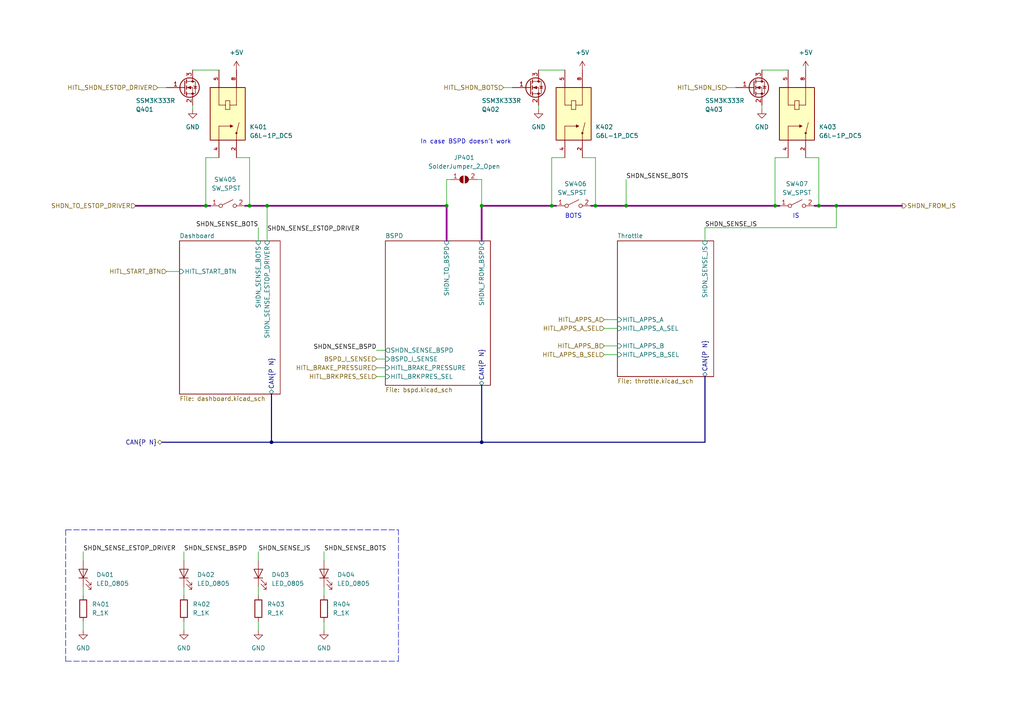
<source format=kicad_sch>
(kicad_sch (version 20211123) (generator eeschema)
  (paper "A4")
  (lib_symbols
    (symbol "G6L-1P_DC5_1" (pin_names (offset 1.016))
      (property "Reference" "K" (at -7.62 6.35 0))
      (property "Value" "G6L-1P_DC5_1" (at -7.62 -7.62 0))
      (symbol "G6L-1P_DC5_1_0_0"
        (rectangle (start -7.62 -5.08) (end 7.62 5.08) (stroke (width 0.254)) (fill (type background)))
        (polyline (pts (xy -7.62 -2.54) (xy -2.54 -2.54)) (stroke (width 0.1524)))
        (polyline (pts (xy -7.62 2.54) (xy -2.54 2.54)) (stroke (width 0.1524)))
        (polyline (pts (xy -3.81 -0.635) (xy -3.81 0.635)) (stroke (width 0.1524)))
        (polyline (pts (xy -3.81 0.635) (xy -2.54 0.635)) (stroke (width 0.1524)))
        (polyline (pts (xy -2.54 -0.635) (xy -3.81 -0.635)) (stroke (width 0.1524)))
        (polyline (pts (xy -2.54 -0.635) (xy -2.54 -2.54)) (stroke (width 0.1524)))
        (polyline (pts (xy -2.54 0.635) (xy -1.27 0.635)) (stroke (width 0.1524)))
        (polyline (pts (xy -2.54 2.54) (xy -2.54 0.635)) (stroke (width 0.1524)))
        (polyline (pts (xy -1.27 -0.635) (xy -2.54 -0.635)) (stroke (width 0.1524)))
        (polyline (pts (xy -1.27 0.635) (xy -1.27 -0.635)) (stroke (width 0.1524)))
        (polyline (pts (xy 3.556 -2.54) (xy 3.556 0.762)) (stroke (width 0.1524)))
        (polyline (pts (xy 5.588 2.54) (xy 2.54 3.302)) (stroke (width 0.1524)))
        (polyline (pts (xy 7.62 -2.54) (xy 3.556 -2.54)) (stroke (width 0.1524)))
        (polyline (pts (xy 7.62 2.54) (xy 5.588 2.54)) (stroke (width 0.1524)))
        (polyline (pts (xy 3.175 0.762) (xy 3.937 0.762) (xy 3.556 1.524) (xy 3.175 0.762)) (stroke (width 0.1524)) (fill (type outline)))
        (circle (center 5.588 2.54) (radius 0.1524) (stroke (width 0.3048)))
        (pin passive line (at 12.7 2.54 180) (length 5.08) (name "~") (number "2"))
        (pin passive line (at 12.7 -2.54 180) (length 5.08) (name "~") (number "4"))
        (pin passive line (at -12.7 -2.54 0) (length 5.08) (name "~") (number "5"))
        (pin passive line (at -12.7 2.54 0) (length 5.08) (name "~") (number "8"))
      )
    )
    (symbol "G6L-1P_DC5_2" (pin_names (offset 1.016))
      (property "Reference" "K" (at -7.62 6.35 0))
      (property "Value" "G6L-1P_DC5_2" (at -7.62 -7.62 0))
      (symbol "G6L-1P_DC5_2_0_0"
        (rectangle (start -7.62 -5.08) (end 7.62 5.08) (stroke (width 0.254)) (fill (type background)))
        (polyline (pts (xy -7.62 -2.54) (xy -2.54 -2.54)) (stroke (width 0.1524)))
        (polyline (pts (xy -7.62 2.54) (xy -2.54 2.54)) (stroke (width 0.1524)))
        (polyline (pts (xy -3.81 -0.635) (xy -3.81 0.635)) (stroke (width 0.1524)))
        (polyline (pts (xy -3.81 0.635) (xy -2.54 0.635)) (stroke (width 0.1524)))
        (polyline (pts (xy -2.54 -0.635) (xy -3.81 -0.635)) (stroke (width 0.1524)))
        (polyline (pts (xy -2.54 -0.635) (xy -2.54 -2.54)) (stroke (width 0.1524)))
        (polyline (pts (xy -2.54 0.635) (xy -1.27 0.635)) (stroke (width 0.1524)))
        (polyline (pts (xy -2.54 2.54) (xy -2.54 0.635)) (stroke (width 0.1524)))
        (polyline (pts (xy -1.27 -0.635) (xy -2.54 -0.635)) (stroke (width 0.1524)))
        (polyline (pts (xy -1.27 0.635) (xy -1.27 -0.635)) (stroke (width 0.1524)))
        (polyline (pts (xy 3.556 -2.54) (xy 3.556 0.762)) (stroke (width 0.1524)))
        (polyline (pts (xy 5.588 2.54) (xy 2.54 3.302)) (stroke (width 0.1524)))
        (polyline (pts (xy 7.62 -2.54) (xy 3.556 -2.54)) (stroke (width 0.1524)))
        (polyline (pts (xy 7.62 2.54) (xy 5.588 2.54)) (stroke (width 0.1524)))
        (polyline (pts (xy 3.175 0.762) (xy 3.937 0.762) (xy 3.556 1.524) (xy 3.175 0.762)) (stroke (width 0.1524)) (fill (type outline)))
        (circle (center 5.588 2.54) (radius 0.1524) (stroke (width 0.3048)))
        (pin passive line (at 12.7 2.54 180) (length 5.08) (name "~") (number "2"))
        (pin passive line (at 12.7 -2.54 180) (length 5.08) (name "~") (number "4"))
        (pin passive line (at -12.7 -2.54 0) (length 5.08) (name "~") (number "5"))
        (pin passive line (at -12.7 2.54 0) (length 5.08) (name "~") (number "8"))
      )
    )
    (symbol "Jumper:SolderJumper_2_Open" (pin_names (offset 0) hide)
      (property "Reference" "JP" (at 0 2.032 0))
      (property "Value" "SolderJumper_2_Open" (at 0 -2.54 0))
      (symbol "SolderJumper_2_Open_0_1"
        (arc (start -0.254 1.016) (mid -1.27 0) (end -0.254 -1.016))
        (arc (start -0.254 1.016) (mid -1.27 0) (end -0.254 -1.016) (fill (type outline)))
        (polyline (pts (xy -0.254 1.016) (xy -0.254 -1.016)))
        (polyline (pts (xy 0.254 1.016) (xy 0.254 -1.016)))
        (arc (start 0.254 -1.016) (mid 1.27 0) (end 0.254 1.016))
        (arc (start 0.254 -1.016) (mid 1.27 0) (end 0.254 1.016) (fill (type outline)))
      )
      (symbol "SolderJumper_2_Open_1_1"
        (pin passive line (at -3.81 0 0) (length 2.54) (name "A") (number "1"))
        (pin passive line (at 3.81 0 180) (length 2.54) (name "B") (number "2"))
      )
    )
    (symbol "Switch:SW_SPST" (pin_names (offset 0) hide)
      (property "Reference" "SW" (at 0 3.175 0))
      (property "Value" "SW_SPST" (at 0 -2.54 0))
      (symbol "SW_SPST_0_0"
        (circle (center -2.032 0) (radius 0.508))
        (polyline (pts (xy -1.524 0.254) (xy 1.524 1.778)))
        (circle (center 2.032 0) (radius 0.508))
      )
      (symbol "SW_SPST_1_1"
        (pin passive line (at -5.08 0 0) (length 2.54) (name "A") (number "1"))
        (pin passive line (at 5.08 0 180) (length 2.54) (name "B") (number "2"))
      )
    )
    (symbol "formula:G6L-1P_DC5" (pin_names (offset 1.016))
      (property "Reference" "K" (at -7.62 6.35 0))
      (property "Value" "G6L-1P_DC5" (at -7.62 -7.62 0))
      (symbol "G6L-1P_DC5_0_0"
        (rectangle (start -7.62 -5.08) (end 7.62 5.08) (stroke (width 0.254)) (fill (type background)))
        (polyline (pts (xy -7.62 -2.54) (xy -2.54 -2.54)) (stroke (width 0.1524)))
        (polyline (pts (xy -7.62 2.54) (xy -2.54 2.54)) (stroke (width 0.1524)))
        (polyline (pts (xy -3.81 -0.635) (xy -3.81 0.635)) (stroke (width 0.1524)))
        (polyline (pts (xy -3.81 0.635) (xy -2.54 0.635)) (stroke (width 0.1524)))
        (polyline (pts (xy -2.54 -0.635) (xy -3.81 -0.635)) (stroke (width 0.1524)))
        (polyline (pts (xy -2.54 -0.635) (xy -2.54 -2.54)) (stroke (width 0.1524)))
        (polyline (pts (xy -2.54 0.635) (xy -1.27 0.635)) (stroke (width 0.1524)))
        (polyline (pts (xy -2.54 2.54) (xy -2.54 0.635)) (stroke (width 0.1524)))
        (polyline (pts (xy -1.27 -0.635) (xy -2.54 -0.635)) (stroke (width 0.1524)))
        (polyline (pts (xy -1.27 0.635) (xy -1.27 -0.635)) (stroke (width 0.1524)))
        (polyline (pts (xy 3.556 -2.54) (xy 3.556 0.762)) (stroke (width 0.1524)))
        (polyline (pts (xy 5.588 2.54) (xy 2.54 3.302)) (stroke (width 0.1524)))
        (polyline (pts (xy 7.62 -2.54) (xy 3.556 -2.54)) (stroke (width 0.1524)))
        (polyline (pts (xy 7.62 2.54) (xy 5.588 2.54)) (stroke (width 0.1524)))
        (polyline (pts (xy 3.175 0.762) (xy 3.937 0.762) (xy 3.556 1.524) (xy 3.175 0.762)) (stroke (width 0.1524)) (fill (type outline)))
        (circle (center 5.588 2.54) (radius 0.1524) (stroke (width 0.3048)))
        (pin passive line (at 12.7 2.54 180) (length 5.08) (name "~") (number "2"))
        (pin passive line (at 12.7 -2.54 180) (length 5.08) (name "~") (number "4"))
        (pin passive line (at -12.7 -2.54 0) (length 5.08) (name "~") (number "5"))
        (pin passive line (at -12.7 2.54 0) (length 5.08) (name "~") (number "8"))
      )
    )
    (symbol "formula:LED_0805" (pin_numbers hide) (pin_names (offset 1.016) hide)
      (property "Reference" "D" (at 0 -2.54 0))
      (property "Value" "LED_0805" (at 0 2.54 0))
      (symbol "LED_0805_0_1"
        (polyline (pts (xy -1.27 -1.27) (xy -1.27 1.27)) (stroke (width 0.2032)))
        (polyline (pts (xy -1.27 0) (xy 1.27 0)))
        (polyline (pts (xy 1.27 -1.27) (xy 1.27 1.27) (xy -1.27 0) (xy 1.27 -1.27)) (stroke (width 0.2032)))
        (polyline (pts (xy -3.048 -0.762) (xy -4.572 -2.286) (xy -3.81 -2.286) (xy -4.572 -2.286) (xy -4.572 -1.524)))
        (polyline (pts (xy -1.778 -0.762) (xy -3.302 -2.286) (xy -2.54 -2.286) (xy -3.302 -2.286) (xy -3.302 -1.524)))
      )
      (symbol "LED_0805_1_1"
        (pin passive line (at -3.81 0 0) (length 2.54) (name "K") (number "1"))
        (pin passive line (at 3.81 0 180) (length 2.54) (name "A") (number "2"))
      )
    )
    (symbol "formula:R_1K" (pin_numbers hide) (pin_names (offset 0))
      (property "Reference" "R" (at 2.032 0 90))
      (property "Value" "R_1K" (at -2.54 0 90))
      (symbol "R_1K_0_1"
        (rectangle (start -1.016 -2.54) (end 1.016 2.54) (stroke (width 0.254)))
      )
      (symbol "R_1K_1_1"
        (pin passive line (at 0 3.81 270) (length 1.27) (name "~") (number "1"))
        (pin passive line (at 0 -3.81 90) (length 1.27) (name "~") (number "2"))
      )
    )
    (symbol "formula:SSM3K333R" (pin_names (offset 0) hide)
      (property "Reference" "Q" (at 5.08 1.905 0))
      (property "Value" "SSM3K333R" (at 5.08 0 0))
      (symbol "SSM3K333R_0_1"
        (polyline (pts (xy 0.762 -1.778) (xy 2.54 -1.778)))
        (polyline (pts (xy 0.762 -1.27) (xy 0.762 -2.286)) (stroke (width 0.254)))
        (polyline (pts (xy 0.762 0) (xy 2.54 0)))
        (polyline (pts (xy 0.762 0.508) (xy 0.762 -0.508)) (stroke (width 0.254)))
        (polyline (pts (xy 0.762 1.778) (xy 2.54 1.778)))
        (polyline (pts (xy 0.762 2.286) (xy 0.762 1.27)) (stroke (width 0.254)))
        (polyline (pts (xy 2.54 -1.778) (xy 2.54 -2.54)))
        (polyline (pts (xy 2.54 -1.778) (xy 2.54 0)))
        (polyline (pts (xy 2.54 2.54) (xy 2.54 1.778)))
        (polyline (pts (xy 0.254 1.905) (xy 0.254 -1.905) (xy 0.254 -1.905)) (stroke (width 0.254)))
        (polyline (pts (xy 1.016 0) (xy 2.032 0.381) (xy 2.032 -0.381) (xy 1.016 0)) (fill (type outline)))
        (polyline (pts (xy 2.54 -1.778) (xy 3.302 -1.778) (xy 3.302 1.778) (xy 2.54 1.778)))
        (polyline (pts (xy 2.794 0.508) (xy 2.921 0.381) (xy 3.683 0.381) (xy 3.81 0.254)))
        (polyline (pts (xy 3.302 0.381) (xy 2.921 -0.254) (xy 3.683 -0.254) (xy 3.302 0.381)))
        (circle (center 1.651 0) (radius 2.8194) (stroke (width 0.254)))
        (circle (center 2.54 -1.778) (radius 0.2794) (fill (type outline)))
        (circle (center 2.54 1.778) (radius 0.2794) (fill (type outline)))
      )
      (symbol "SSM3K333R_1_1"
        (pin input line (at -5.08 0 0) (length 5.334) (name "G") (number "1"))
        (pin passive line (at 2.54 -5.08 90) (length 2.54) (name "S") (number "2"))
        (pin passive line (at 2.54 5.08 270) (length 2.54) (name "D") (number "3"))
      )
    )
    (symbol "power:+5V" (power) (pin_names (offset 0))
      (property "Value" "+5V" (at 0 3.556 0))
      (symbol "+5V_0_1"
        (polyline (pts (xy -0.762 1.27) (xy 0 2.54)))
        (polyline (pts (xy 0 0) (xy 0 2.54)))
        (polyline (pts (xy 0 2.54) (xy 0.762 1.27)))
      )
      (symbol "+5V_1_1"
        (pin power_in line (at 0 0 90) (length 0) hide (name "+5V") (number "1"))
      )
    )
    (symbol "power:GND" (power) (pin_names (offset 0))
      (property "Value" "GND" (at 0 -3.81 0))
      (symbol "GND_0_1"
        (polyline (pts (xy 0 0) (xy 0 -1.27) (xy 1.27 -1.27) (xy 0 -2.54) (xy -1.27 -1.27) (xy 0 -1.27)))
      )
      (symbol "GND_1_1"
        (pin power_in line (at 0 0 270) (length 0) hide (name "GND") (number "1"))
      )
    )
  )
  (junction (at 78.74 128.27))
  (junction (at 160.02 59.69))
  (junction (at 224.79 59.69))
  (junction (at 139.7 59.69))
  (junction (at 59.69 59.69))
  (junction (at 129.54 59.69))
  (junction (at 77.47 59.69))
  (junction (at 237.49 59.69))
  (junction (at 72.39 59.69))
  (junction (at 181.61 59.69))
  (junction (at 172.72 59.69))
  (junction (at 139.7 128.27))
  (junction (at 242.57 59.69))
  (polyline (pts (xy 19.05 153.67) (xy 115.57 153.67)))
  (wire (pts (xy 168.91 45.72) (xy 172.72 45.72)))
  (wire (pts (xy 129.54 59.69) (xy 129.54 69.85)) (stroke (width 0.508) (color 132 0 132 1)))
  (polyline (pts (xy 115.57 191.77) (xy 115.57 153.67)))
  (wire (pts (xy 172.72 45.72) (xy 172.72 59.69)))
  (wire (pts (xy 109.22 104.14) (xy 111.76 104.14)))
  (bus (pts (xy 139.7 128.27) (xy 204.47 128.27)))
  (wire (pts (xy 74.93 180.34) (xy 74.93 182.88)))
  (wire (pts (xy 156.21 30.48) (xy 156.21 31.75)))
  (wire (pts (xy 220.98 30.48) (xy 220.98 31.75)))
  (polyline (pts (xy 19.05 153.67) (xy 19.05 191.77)))
  (wire (pts (xy 181.61 59.69) (xy 224.79 59.69)) (stroke (width 0.508) (color 132 0 132 1)))
  (wire (pts (xy 242.57 59.69) (xy 261.62 59.69)) (stroke (width 0.508) (color 132 0 132 1)))
  (wire (pts (xy 204.47 66.04) (xy 242.57 66.04)))
  (wire (pts (xy 24.13 170.18) (xy 24.13 172.72)))
  (wire (pts (xy 129.54 52.07) (xy 130.81 52.07)))
  (bus (pts (xy 139.7 128.27) (xy 139.7 111.76)))
  (wire (pts (xy 139.7 52.07) (xy 139.7 59.69)))
  (wire (pts (xy 220.98 20.32) (xy 228.6 20.32)))
  (wire (pts (xy 39.37 59.69) (xy 59.69 59.69)) (stroke (width 0.508) (color 132 0 132 1)))
  (wire (pts (xy 24.13 160.02) (xy 24.13 162.56)))
  (wire (pts (xy 172.72 59.69) (xy 181.61 59.69)) (stroke (width 0.508) (color 132 0 132 1)))
  (wire (pts (xy 74.93 66.04) (xy 74.93 69.85)))
  (wire (pts (xy 160.02 45.72) (xy 160.02 59.69)))
  (wire (pts (xy 138.43 52.07) (xy 139.7 52.07)))
  (wire (pts (xy 139.7 69.85) (xy 139.7 59.69)) (stroke (width 0.508) (color 132 0 132 1)))
  (wire (pts (xy 237.49 45.72) (xy 237.49 59.69)))
  (wire (pts (xy 156.21 20.32) (xy 163.83 20.32)))
  (wire (pts (xy 59.69 59.69) (xy 60.96 59.69)) (stroke (width 0.508) (color 132 0 132 1)))
  (wire (pts (xy 228.6 45.72) (xy 224.79 45.72)))
  (wire (pts (xy 175.26 100.33) (xy 179.07 100.33)))
  (wire (pts (xy 160.02 59.69) (xy 161.29 59.69)) (stroke (width 0.508) (color 132 0 132 1)))
  (wire (pts (xy 93.98 170.18) (xy 93.98 172.72)))
  (wire (pts (xy 109.22 109.22) (xy 111.76 109.22)))
  (wire (pts (xy 224.79 45.72) (xy 224.79 59.69)))
  (wire (pts (xy 24.13 180.34) (xy 24.13 182.88)))
  (wire (pts (xy 163.83 45.72) (xy 160.02 45.72)))
  (bus (pts (xy 46.99 128.27) (xy 78.74 128.27)))
  (wire (pts (xy 236.22 59.69) (xy 237.49 59.69)) (stroke (width 0.508) (color 132 0 132 1)))
  (wire (pts (xy 74.93 160.02) (xy 74.93 162.56)))
  (wire (pts (xy 129.54 52.07) (xy 129.54 59.69)))
  (wire (pts (xy 77.47 59.69) (xy 77.47 69.85)))
  (wire (pts (xy 175.26 102.87) (xy 179.07 102.87)))
  (wire (pts (xy 175.26 92.71) (xy 179.07 92.71)))
  (wire (pts (xy 53.34 160.02) (xy 53.34 162.56)))
  (wire (pts (xy 72.39 59.69) (xy 77.47 59.69)) (stroke (width 0.508) (color 132 0 132 1)))
  (wire (pts (xy 63.5 45.72) (xy 59.69 45.72)))
  (wire (pts (xy 210.82 25.4) (xy 213.36 25.4)))
  (wire (pts (xy 93.98 160.02) (xy 93.98 162.56)))
  (wire (pts (xy 55.88 20.32) (xy 63.5 20.32)))
  (wire (pts (xy 175.26 95.25) (xy 179.07 95.25)))
  (bus (pts (xy 78.74 128.27) (xy 139.7 128.27)))
  (wire (pts (xy 237.49 59.69) (xy 242.57 59.69)) (stroke (width 0.508) (color 132 0 132 1)))
  (wire (pts (xy 53.34 180.34) (xy 53.34 182.88)))
  (wire (pts (xy 171.45 59.69) (xy 172.72 59.69)) (stroke (width 0.508) (color 132 0 132 1)))
  (wire (pts (xy 77.47 59.69) (xy 129.54 59.69)) (stroke (width 0.508) (color 132 0 132 1)))
  (bus (pts (xy 204.47 109.22) (xy 204.47 128.27)))
  (wire (pts (xy 204.47 66.04) (xy 204.47 69.85)))
  (wire (pts (xy 233.68 45.72) (xy 237.49 45.72)))
  (wire (pts (xy 71.12 59.69) (xy 72.39 59.69)) (stroke (width 0.508) (color 132 0 132 1)))
  (wire (pts (xy 109.22 101.6) (xy 111.76 101.6)))
  (wire (pts (xy 59.69 45.72) (xy 59.69 59.69)))
  (wire (pts (xy 146.05 25.4) (xy 148.59 25.4)))
  (polyline (pts (xy 19.05 191.77) (xy 115.57 191.77)))
  (bus (pts (xy 78.74 128.27) (xy 78.74 114.3)))
  (wire (pts (xy 53.34 170.18) (xy 53.34 172.72)))
  (wire (pts (xy 74.93 170.18) (xy 74.93 172.72)))
  (wire (pts (xy 48.26 78.74) (xy 52.07 78.74)))
  (wire (pts (xy 181.61 52.07) (xy 181.61 59.69)))
  (wire (pts (xy 55.88 30.48) (xy 55.88 31.75)))
  (wire (pts (xy 45.72 25.4) (xy 48.26 25.4)))
  (wire (pts (xy 224.79 59.69) (xy 226.06 59.69)) (stroke (width 0.508) (color 132 0 132 1)))
  (wire (pts (xy 242.57 59.69) (xy 242.57 66.04)))
  (wire (pts (xy 109.22 106.68) (xy 111.76 106.68)))
  (wire (pts (xy 93.98 180.34) (xy 93.98 182.88)))
  (wire (pts (xy 139.7 59.69) (xy 160.02 59.69)) (stroke (width 0.508) (color 132 0 132 1)))
  (wire (pts (xy 68.58 45.72) (xy 72.39 45.72)))
  (wire (pts (xy 72.39 45.72) (xy 72.39 59.69)))
  (text "In case BSPD doesn't work" (at 121.92 41.91 0) (effects (font (size 1.27 1.27)) (justify left bottom)))
  (text "IS" (at 229.87 63.5 0) (effects (font (size 1.27 1.27)) (justify left bottom)))
  (text "BOTS" (at 163.83 63.5 0) (effects (font (size 1.27 1.27)) (justify left bottom)))
  (label "SHDN_SENSE_BOTS" (at 181.61 52.07 0))
  (label "SHDN_SENSE_BSPD" (at 53.34 160.02 0))
  (label "SHDN_SENSE_BOTS" (at 74.93 66.04 180))
  (label "SHDN_SENSE_BSPD" (at 109.22 101.6 180))
  (label "SHDN_SENSE_ESTOP_DRIVER" (at 77.47 67.3003 0))
  (label "SHDN_SENSE_IS" (at 74.93 160.02 0))
  (label "SHDN_SENSE_BOTS" (at 93.98 160.02 0))
  (label "SHDN_SENSE_IS" (at 204.47 66.04 0))
  (label "SHDN_SENSE_ESTOP_DRIVER" (at 24.13 160.02 0))
  (hierarchical_label "SHDN_TO_ESTOP_DRIVER" (shape input) (at 39.37 59.69 180))
  (hierarchical_label "CAN{P N}" (shape bidirectional) (at 46.99 128.27 180))
  (hierarchical_label "HITL_START_BTN" (shape input) (at 48.26 78.74 180))
  (hierarchical_label "HITL_APPS_A_SEL" (shape input) (at 175.26 95.25 180))
  (hierarchical_label "HITL_APPS_B" (shape input) (at 175.26 100.33 180))
  (hierarchical_label "HITL_APPS_A" (shape input) (at 175.26 92.71 180))
  (hierarchical_label "SHDN_FROM_IS" (shape output) (at 261.62 59.69 0))
  (hierarchical_label "HITL_SHDN_IS" (shape input) (at 210.82 25.4 180))
  (hierarchical_label "BSPD_I_SENSE" (shape input) (at 109.22 104.14 180))
  (hierarchical_label "HITL_SHDN_ESTOP_DRIVER" (shape input) (at 45.72 25.4 180))
  (hierarchical_label "HITL_APPS_B_SEL" (shape input) (at 175.26 102.87 180))
  (hierarchical_label "HITL_BRAKE_PRESSURE" (shape input) (at 109.22 106.68 180))
  (hierarchical_label "HITL_SHDN_BOTS" (shape input) (at 146.05 25.4 180))
  (hierarchical_label "HITL_BRKPRES_SEL" (shape input) (at 109.22 109.22 180))
  (symbol (lib_id "formula:LED_0805") (at 24.13 166.37 90) (unit 1)
    (property "Reference" "D401" (at 27.94 166.7001 90) (effects (justify right)))
    (property "Value" "LED_0805" (at 27.94 169.2401 90) (effects (justify right)))
    (property "Footprint" "footprints:LED_0805_OEM" (effects hide))
    (property "Datasheet" "http://www.osram-os.com/Graphics/XPic9/00078860_0.pdf" (effects hide))
    (property "MFN" "DK" (effects hide))
    (property "MPN" "475-1410-1-ND" (effects hide))
    (property "PurchasingLink" "https://www.digikey.com/products/en?keywords=475-1410-1-ND" (effects hide))
  )
  (symbol (lib_id "power:GND") (at 53.34 182.88 0) (unit 1)
    (property "Reference" "#PWR?" (effects hide))
    (property "Value" "GND" (at 53.34 187.96 0))
  )
  (symbol (lib_id "power:GND") (at 74.93 182.88 0) (unit 1)
    (property "Reference" "#PWR?" (effects hide))
    (property "Value" "GND" (at 74.93 187.96 0))
  )
  (symbol (lib_id "formula:R_1K") (at 53.34 176.53 0) (unit 1)
    (property "Reference" "R402" (at 55.88 175.2599 0) (effects (justify left)))
    (property "Value" "R_1K" (at 55.88 177.7999 0) (effects (justify left)))
    (property "Footprint" "footprints:R_0805_OEM" (effects hide))
    (property "Datasheet" "https://www.seielect.com/Catalog/SEI-rncp.pdf" (effects hide))
    (property "MFN" "DK" (effects hide))
    (property "MPN" "RNCP0805FTD1K00CT-ND" (effects hide))
    (property "PurchasingLink" "https://www.digikey.com/products/en?keywords=RNCP0805FTD1K00CT-ND" (effects hide))
  )
  (symbol (lib_id "Switch:SW_SPST") (at 166.37 59.69 0) (unit 1)
    (property "Reference" "SW406" (at 170.18 53.34 0) (effects (justify right)))
    (property "Value" "SW_SPST" (at 170.18 55.88 0) (effects (justify right)))
    (property "Footprint" "footprints:SW_100SP1T1B4M2QE" (effects hide))
  )
  (symbol (lib_id "formula:SSM3K333R") (at 53.34 25.4 0) (unit 1)
    (property "Reference" "Q401" (at 39.37 31.75 0) (effects (justify left)))
    (property "Value" "SSM3K333R" (at 39.37 29.21 0) (effects (justify left)))
    (property "Footprint" "footprints:SOT-23F" (effects hide))
    (property "Datasheet" "https://drive.google.com/drive/folders/0B-V-iZf33Y4GNzhDQTJZanJRbVk" (effects hide))
    (property "MFN" "DK" (effects hide))
    (property "MPN" "SSM3K333RLFCT-ND" (effects hide))
    (property "PurchasingLink" "https://www.digikey.com/product-detail/en/toshiba-semiconductor-and-storage/SSM3K333RLF/SSM3K333RLFCT-ND/3522391" (effects hide))
  )
  (symbol (lib_id "power:GND") (at 156.21 31.75 0) (unit 1)
    (property "Reference" "#PWR?" (effects hide))
    (property "Value" "GND" (at 156.21 36.83 0))
  )
  (symbol (lib_id "formula:R_1K") (at 24.13 176.53 0) (unit 1)
    (property "Reference" "R401" (at 26.67 175.2599 0) (effects (justify left)))
    (property "Value" "R_1K" (at 26.67 177.7999 0) (effects (justify left)))
    (property "Footprint" "footprints:R_0805_OEM" (effects hide))
    (property "Datasheet" "https://www.seielect.com/Catalog/SEI-rncp.pdf" (effects hide))
    (property "MFN" "DK" (effects hide))
    (property "MPN" "RNCP0805FTD1K00CT-ND" (effects hide))
    (property "PurchasingLink" "https://www.digikey.com/products/en?keywords=RNCP0805FTD1K00CT-ND" (effects hide))
  )
  (symbol (lib_id "formula:G6L-1P_DC5") (at 231.14 33.02 270) (unit 1)
    (property "Reference" "K403" (at 237.49 36.83 90) (effects (justify left)))
    (property "Value" "G6L-1P_DC5" (at 237.49 39.37 90) (effects (justify left)))
    (property "Footprint" "footprints:RELAY_G6L-1P_DC5" (effects hide))
    (property "Datasheet" "https://media.digikey.com/pdf/Data%20Sheets/Omron%20PDFs/G6L.pdf" (effects hide))
    (property "PRICE" "None" (effects hide))
    (property "MP" "G6L-1P-DC24" (effects hide))
    (property "PACKAGE" "None" (effects hide))
    (property "AVAILABILITY" "Unavailable" (effects hide))
    (property "DESCRIPTION" "Telecom Relay SPST-NO (1 Form A) Through Hole" (effects hide))
    (property "MF" "Omron Electronics" (effects hide))
    (property "MPN" "G6L-1P-DC24" (effects hide))
    (property "Manufacturer" "Omron Electronics" (effects hide))
  )
  (symbol (lib_id "power:GND") (at 93.98 182.88 0) (unit 1)
    (property "Reference" "#PWR?" (effects hide))
    (property "Value" "GND" (at 93.98 187.96 0))
  )
  (symbol (lib_id "formula:SSM3K333R") (at 218.44 25.4 0) (unit 1)
    (property "Reference" "Q403" (at 204.47 31.75 0) (effects (justify left)))
    (property "Value" "SSM3K333R" (at 204.47 29.21 0) (effects (justify left)))
    (property "Footprint" "footprints:SOT-23F" (effects hide))
    (property "Datasheet" "https://drive.google.com/drive/folders/0B-V-iZf33Y4GNzhDQTJZanJRbVk" (effects hide))
    (property "MFN" "DK" (effects hide))
    (property "MPN" "SSM3K333RLFCT-ND" (effects hide))
    (property "PurchasingLink" "https://www.digikey.com/product-detail/en/toshiba-semiconductor-and-storage/SSM3K333RLF/SSM3K333RLFCT-ND/3522391" (effects hide))
  )
  (symbol (lib_id "Jumper:SolderJumper_2_Open") (at 134.62 52.07 0) (unit 1)
    (property "Reference" "JP401" (at 134.62 45.72 0))
    (property "Value" "SolderJumper_2_Open" (at 134.62 48.26 0))
    (property "Footprint" "Jumper:SolderJumper-2_P1.3mm_Open_RoundedPad1.0x1.5mm" (effects hide))
  )
  (symbol (lib_id "power:GND") (at 55.88 31.75 0) (unit 1)
    (property "Reference" "#PWR?" (effects hide))
    (property "Value" "GND" (at 55.88 36.83 0))
  )
  (symbol (lib_id "power:+5V") (at 68.58 20.32 0) (unit 1)
    (property "Reference" "#PWR?" (effects hide))
    (property "Value" "+5V" (at 68.58 15.24 0))
  )
  (symbol (lib_id "power:GND") (at 220.98 31.75 0) (unit 1)
    (property "Reference" "#PWR?" (effects hide))
    (property "Value" "GND" (at 220.98 36.83 0))
  )
  (symbol (lib_id "power:+5V") (at 233.68 20.32 0) (unit 1)
    (property "Reference" "#PWR?" (effects hide))
    (property "Value" "+5V" (at 233.68 15.24 0))
  )
  (symbol (lib_id "power:GND") (at 24.13 182.88 0) (unit 1)
    (property "Reference" "#PWR?" (effects hide))
    (property "Value" "GND" (at 24.13 187.96 0))
  )
  (symbol (lib_id "formula:R_1K") (at 74.93 176.53 0) (unit 1)
    (property "Reference" "R403" (at 77.47 175.2599 0) (effects (justify left)))
    (property "Value" "R_1K" (at 77.47 177.7999 0) (effects (justify left)))
    (property "Footprint" "footprints:R_0805_OEM" (effects hide))
    (property "Datasheet" "https://www.seielect.com/Catalog/SEI-rncp.pdf" (effects hide))
    (property "MFN" "DK" (effects hide))
    (property "MPN" "RNCP0805FTD1K00CT-ND" (effects hide))
    (property "PurchasingLink" "https://www.digikey.com/products/en?keywords=RNCP0805FTD1K00CT-ND" (effects hide))
  )
  (symbol (lib_id "formula:SSM3K333R") (at 153.67 25.4 0) (unit 1)
    (property "Reference" "Q402" (at 139.7 31.75 0) (effects (justify left)))
    (property "Value" "SSM3K333R" (at 139.7 29.21 0) (effects (justify left)))
    (property "Footprint" "footprints:SOT-23F" (effects hide))
    (property "Datasheet" "https://drive.google.com/drive/folders/0B-V-iZf33Y4GNzhDQTJZanJRbVk" (effects hide))
    (property "MFN" "DK" (effects hide))
    (property "MPN" "SSM3K333RLFCT-ND" (effects hide))
    (property "PurchasingLink" "https://www.digikey.com/product-detail/en/toshiba-semiconductor-and-storage/SSM3K333RLF/SSM3K333RLFCT-ND/3522391" (effects hide))
  )
  (symbol (lib_id "formula:R_1K") (at 93.98 176.53 0) (unit 1)
    (property "Reference" "R404" (at 96.52 175.2599 0) (effects (justify left)))
    (property "Value" "R_1K" (at 96.52 177.7999 0) (effects (justify left)))
    (property "Footprint" "footprints:R_0805_OEM" (effects hide))
    (property "Datasheet" "https://www.seielect.com/Catalog/SEI-rncp.pdf" (effects hide))
    (property "MFN" "DK" (effects hide))
    (property "MPN" "RNCP0805FTD1K00CT-ND" (effects hide))
    (property "PurchasingLink" "https://www.digikey.com/products/en?keywords=RNCP0805FTD1K00CT-ND" (effects hide))
  )
  (symbol (lib_id "power:+5V") (at 168.91 20.32 0) (unit 1)
    (property "Reference" "#PWR?" (effects hide))
    (property "Value" "+5V" (at 168.91 15.24 0))
  )
  (symbol (lib_id "formula:LED_0805") (at 93.98 166.37 90) (unit 1)
    (property "Reference" "D404" (at 97.79 166.7001 90) (effects (justify right)))
    (property "Value" "LED_0805" (at 97.79 169.2401 90) (effects (justify right)))
    (property "Footprint" "footprints:LED_0805_OEM" (effects hide))
    (property "Datasheet" "http://www.osram-os.com/Graphics/XPic9/00078860_0.pdf" (effects hide))
    (property "MFN" "DK" (effects hide))
    (property "MPN" "475-1410-1-ND" (effects hide))
    (property "PurchasingLink" "https://www.digikey.com/products/en?keywords=475-1410-1-ND" (effects hide))
  )
  (symbol (lib_id "formula:LED_0805") (at 74.93 166.37 90) (unit 1)
    (property "Reference" "D403" (at 78.74 166.7001 90) (effects (justify right)))
    (property "Value" "LED_0805" (at 78.74 169.2401 90) (effects (justify right)))
    (property "Footprint" "footprints:LED_0805_OEM" (effects hide))
    (property "Datasheet" "http://www.osram-os.com/Graphics/XPic9/00078860_0.pdf" (effects hide))
    (property "MFN" "DK" (effects hide))
    (property "MPN" "475-1410-1-ND" (effects hide))
    (property "PurchasingLink" "https://www.digikey.com/products/en?keywords=475-1410-1-ND" (effects hide))
  )
  (symbol (lib_name "G6L-1P_DC5_2") (lib_id "formula:G6L-1P_DC5") (at 166.37 33.02 270) (unit 1)
    (property "Reference" "K402" (at 172.72 36.83 90) (effects (justify left)))
    (property "Value" "G6L-1P_DC5" (at 172.72 39.37 90) (effects (justify left)))
    (property "Footprint" "footprints:RELAY_G6L-1P_DC5" (effects hide))
    (property "Datasheet" "https://media.digikey.com/pdf/Data%20Sheets/Omron%20PDFs/G6L.pdf" (effects hide))
    (property "PRICE" "None" (effects hide))
    (property "MP" "G6L-1P-DC24" (effects hide))
    (property "PACKAGE" "None" (effects hide))
    (property "AVAILABILITY" "Unavailable" (effects hide))
    (property "DESCRIPTION" "Telecom Relay SPST-NO (1 Form A) Through Hole" (effects hide))
    (property "MF" "Omron Electronics" (effects hide))
    (property "MPN" "G6L-1P-DC24" (effects hide))
    (property "Manufacturer" "Omron Electronics" (effects hide))
  )
  (symbol (lib_id "Switch:SW_SPST") (at 66.04 59.69 0) (unit 1)
    (property "Reference" "SW405" (at 68.58 52.07 0) (effects (justify right)))
    (property "Value" "SW_SPST" (at 69.85 54.61 0) (effects (justify right)))
    (property "Footprint" "footprints:SW_100SP1T1B4M2QE" (effects hide))
  )
  (symbol (lib_id "formula:LED_0805") (at 53.34 166.37 90) (unit 1)
    (property "Reference" "D402" (at 57.15 166.7001 90) (effects (justify right)))
    (property "Value" "LED_0805" (at 57.15 169.2401 90) (effects (justify right)))
    (property "Footprint" "footprints:LED_0805_OEM" (effects hide))
    (property "Datasheet" "http://www.osram-os.com/Graphics/XPic9/00078860_0.pdf" (effects hide))
    (property "MFN" "DK" (effects hide))
    (property "MPN" "475-1410-1-ND" (effects hide))
    (property "PurchasingLink" "https://www.digikey.com/products/en?keywords=475-1410-1-ND" (effects hide))
  )
  (symbol (lib_name "G6L-1P_DC5_1") (lib_id "formula:G6L-1P_DC5") (at 66.04 33.02 270) (unit 1)
    (property "Reference" "K401" (at 72.39 36.83 90) (effects (justify left)))
    (property "Value" "G6L-1P_DC5" (at 72.39 39.37 90) (effects (justify left)))
    (property "Footprint" "footprints:RELAY_G6L-1P_DC5" (effects hide))
    (property "Datasheet" "https://media.digikey.com/pdf/Data%20Sheets/Omron%20PDFs/G6L.pdf" (effects hide))
    (property "PRICE" "None" (effects hide))
    (property "MP" "G6L-1P-DC24" (effects hide))
    (property "PACKAGE" "None" (effects hide))
    (property "AVAILABILITY" "Unavailable" (effects hide))
    (property "DESCRIPTION" "Telecom Relay SPST-NO (1 Form A) Through Hole" (effects hide))
    (property "MF" "Omron Electronics" (effects hide))
    (property "MPN" "G6L-1P-DC24" (effects hide))
    (property "Manufacturer" "Omron Electronics" (effects hide))
  )
  (symbol (lib_id "Switch:SW_SPST") (at 231.14 59.69 0) (unit 1)
    (property "Reference" "SW407" (at 231.14 53.34 0))
    (property "Value" "SW_SPST" (at 231.14 55.88 0))
    (property "Footprint" "footprints:SW_100SP1T1B4M2QE" (effects hide))
  )
  (sheet (at 52.07 69.85) (size 29.21 44.45) (stroke (width 0.1524))
    (property "Sheet name" "Dashboard" (at 52.07 69.1384 0) (effects (justify left bottom)))
    (property "Sheet file" "dashboard.kicad_sch" (at 52.07 114.8846 0) (effects (justify left top)))
    (pin "CAN{P N}" bidirectional (at 78.74 114.3 270))
    (pin "SHDN_SENSE_ESTOP_DRIVER" input (at 77.47 69.85 90))
    (pin "HITL_START_BTN" input (at 52.07 78.74 180))
    (pin "SHDN_SENSE_BOTS" input (at 74.93 69.85 90))
  )
  (sheet (at 179.07 69.85) (size 27.94 39.37) (stroke (width 0.1524))
    (property "Sheet name" "Throttle" (at 179.07 69.1384 0) (effects (justify left bottom)))
    (property "Sheet file" "throttle.kicad_sch" (at 179.07 109.8046 0) (effects (justify left top)))
    (pin "CAN{P N}" bidirectional (at 204.47 109.22 270))
    (pin "SHDN_SENSE_IS" input (at 204.47 69.85 90))
    (pin "HITL_APPS_B" input (at 179.07 100.33 180))
    (pin "HITL_APPS_A" input (at 179.07 92.71 180))
    (pin "HITL_APPS_A_SEL" input (at 179.07 95.25 180))
    (pin "HITL_APPS_B_SEL" input (at 179.07 102.87 180))
  )
  (sheet (at 111.76 69.85) (size 30.48 41.91) (stroke (width 0.1524))
    (property "Sheet name" "BSPD" (at 111.76 69.1384 0) (effects (justify left bottom)))
    (property "Sheet file" "bspd.kicad_sch" (at 111.76 112.3446 0) (effects (justify left top)))
    (pin "CAN{P N}" bidirectional (at 139.7 111.76 270))
    (pin "BSPD_I_SENSE" input (at 111.76 104.14 180))
    (pin "SHDN_TO_BSPD" input (at 129.54 69.85 90))
    (pin "SHDN_FROM_BSPD" input (at 139.7 69.85 90))
    (pin "SHDN_SENSE_BSPD" output (at 111.76 101.6 180))
    (pin "HITL_BRAKE_PRESSURE" input (at 111.76 106.68 180))
    (pin "HITL_BRKPRES_SEL" input (at 111.76 109.22 180))
  )
)
</source>
